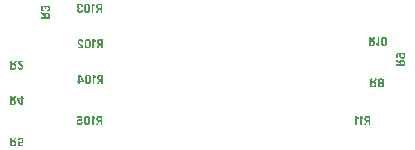
<source format=gbo>
G04*
G04 #@! TF.GenerationSoftware,Altium Limited,Altium Designer,23.9.2 (47)*
G04*
G04 Layer_Color=32896*
%FSLAX44Y44*%
%MOMM*%
G71*
G04*
G04 #@! TF.SameCoordinates,A89998BD-DD6A-42FD-B223-A906B6295702*
G04*
G04*
G04 #@! TF.FilePolarity,Positive*
G04*
G01*
G75*
G36*
X84701Y176982D02*
X84856Y176939D01*
X84912Y176911D01*
X84969Y176883D01*
X84997Y176869D01*
X85011Y176855D01*
X86096Y176164D01*
X86153Y176122D01*
X86195Y176079D01*
X86251Y175967D01*
X86280Y175882D01*
Y175868D01*
Y175854D01*
Y174881D01*
X86266Y174797D01*
X86237Y174754D01*
X86195Y174726D01*
X86153Y174712D01*
X86068Y174726D01*
X86040Y174740D01*
X86026D01*
X84856Y175403D01*
Y169595D01*
X84842Y169510D01*
X84814Y169454D01*
X84785Y169412D01*
X84729Y169383D01*
X84659Y169355D01*
X83587D01*
X83503Y169369D01*
X83446Y169383D01*
X83418Y169397D01*
X83404D01*
X83376Y169454D01*
X83348Y169524D01*
Y169566D01*
Y169595D01*
Y176770D01*
X83362Y176855D01*
X83390Y176911D01*
X83432Y176953D01*
X83474Y176982D01*
X83559Y177010D01*
X84616D01*
X84701Y176982D01*
D02*
G37*
G36*
X75355Y176996D02*
X75411Y176968D01*
X75467Y176939D01*
X75496Y176897D01*
X75524Y176812D01*
Y176784D01*
Y176770D01*
Y172992D01*
X75510Y172908D01*
X75481Y172851D01*
X75439Y172809D01*
X75397Y172781D01*
X75312Y172752D01*
X74283D01*
X74213Y172767D01*
X74156Y172795D01*
X74043Y172879D01*
X73973Y172950D01*
X73945Y172978D01*
Y172992D01*
X73874Y173077D01*
X73804Y173133D01*
X73719Y173190D01*
X73635Y173218D01*
X73578Y173232D01*
X73522Y173246D01*
X72916D01*
X72761Y173232D01*
X72620Y173218D01*
X72521Y173190D01*
X72436Y173161D01*
X72366Y173119D01*
X72324Y173091D01*
X72310Y173077D01*
X72295Y173063D01*
X72239Y172978D01*
X72197Y172879D01*
X72140Y172654D01*
Y172541D01*
X72126Y172456D01*
Y172400D01*
Y172372D01*
Y171301D01*
X72140Y171174D01*
X72154Y171061D01*
X72183Y170976D01*
X72211Y170892D01*
X72253Y170835D01*
X72281Y170793D01*
X72295Y170779D01*
X72310Y170765D01*
X72380Y170708D01*
X72465Y170680D01*
X72648Y170624D01*
X72733D01*
X72803Y170610D01*
X73423D01*
X73550Y170624D01*
X73663Y170638D01*
X73748Y170666D01*
X73832Y170694D01*
X73889Y170723D01*
X73931Y170737D01*
X73945Y170765D01*
X73959D01*
X74015Y170835D01*
X74043Y170920D01*
X74100Y171103D01*
Y171174D01*
X74114Y171244D01*
Y171286D01*
Y171301D01*
Y171526D01*
X74128Y171611D01*
X74156Y171681D01*
X74199Y171723D01*
X74241Y171766D01*
X74325Y171794D01*
X75383D01*
X75467Y171780D01*
X75524Y171752D01*
X75566Y171709D01*
X75594Y171667D01*
X75622Y171568D01*
Y171540D01*
Y171526D01*
Y171286D01*
X75594Y170962D01*
X75538Y170666D01*
X75467Y170427D01*
X75369Y170215D01*
X75270Y170060D01*
X75199Y169947D01*
X75143Y169877D01*
X75115Y169848D01*
X74903Y169679D01*
X74678Y169566D01*
X74438Y169482D01*
X74199Y169412D01*
X73987Y169383D01*
X73818Y169369D01*
X73748Y169355D01*
X72606D01*
X72281Y169383D01*
X71985Y169440D01*
X71746Y169510D01*
X71534Y169609D01*
X71379Y169693D01*
X71266Y169778D01*
X71196Y169834D01*
X71168Y169848D01*
X70999Y170060D01*
X70872Y170285D01*
X70787Y170525D01*
X70717Y170765D01*
X70689Y170962D01*
X70674Y171131D01*
X70660Y171202D01*
Y171244D01*
Y171272D01*
Y171286D01*
Y172597D01*
X70674Y172922D01*
X70745Y173218D01*
X70829Y173457D01*
X70942Y173669D01*
X71083Y173852D01*
X71238Y174007D01*
X71407Y174134D01*
X71577Y174233D01*
X71760Y174303D01*
X71929Y174359D01*
X72084Y174402D01*
X72211Y174430D01*
X72338Y174444D01*
X72422Y174458D01*
X73141D01*
X73268Y174430D01*
X73494Y174359D01*
X73663Y174261D01*
X73804Y174162D01*
X73903Y174049D01*
X73959Y173951D01*
X73987Y173880D01*
X74001Y173866D01*
Y175614D01*
X71125D01*
X71041Y175628D01*
X70985Y175656D01*
X70928Y175685D01*
X70900Y175741D01*
X70872Y175812D01*
Y175840D01*
Y175854D01*
Y176770D01*
X70886Y176855D01*
X70914Y176911D01*
X70956Y176953D01*
X70999Y176982D01*
X71083Y177010D01*
X75270D01*
X75355Y176996D01*
D02*
G37*
G36*
X92144D02*
X92200Y176968D01*
X92257Y176939D01*
X92285Y176897D01*
X92313Y176812D01*
Y176784D01*
Y176770D01*
Y169595D01*
X92299Y169510D01*
X92271Y169454D01*
X92229Y169412D01*
X92186Y169383D01*
X92102Y169355D01*
X91045D01*
X90960Y169369D01*
X90904Y169397D01*
X90847Y169426D01*
X90819Y169482D01*
X90791Y169552D01*
Y169581D01*
Y169595D01*
Y172048D01*
X90763Y172118D01*
X90720Y172160D01*
X90678Y172174D01*
X89846D01*
X88662Y169595D01*
X88606Y169496D01*
X88563Y169440D01*
X88521Y169412D01*
X88507Y169397D01*
X88422Y169369D01*
X88310Y169355D01*
X87224D01*
X87126Y169369D01*
X87055Y169397D01*
X87027Y169440D01*
X87013Y169496D01*
Y169552D01*
Y169595D01*
X87027Y169623D01*
Y169637D01*
X88296Y172287D01*
Y172344D01*
X88112Y172442D01*
X87943Y172541D01*
X87802Y172668D01*
X87689Y172809D01*
X87577Y172950D01*
X87492Y173105D01*
X87422Y173260D01*
X87365Y173401D01*
X87295Y173683D01*
X87267Y173810D01*
X87252Y173923D01*
X87238Y174007D01*
Y174078D01*
Y174120D01*
Y174134D01*
Y175064D01*
X87267Y175389D01*
X87323Y175685D01*
X87408Y175924D01*
X87492Y176136D01*
X87591Y176291D01*
X87675Y176404D01*
X87732Y176474D01*
X87760Y176502D01*
X87971Y176671D01*
X88211Y176798D01*
X88451Y176883D01*
X88676Y176953D01*
X88888Y176982D01*
X89057Y176996D01*
X89127Y177010D01*
X92059D01*
X92144Y176996D01*
D02*
G37*
G36*
X80303Y176982D02*
X80584Y176925D01*
X80838Y176855D01*
X81050Y176756D01*
X81219Y176657D01*
X81332Y176587D01*
X81402Y176530D01*
X81430Y176502D01*
X81600Y176305D01*
X81726Y176065D01*
X81811Y175840D01*
X81867Y175600D01*
X81910Y175403D01*
X81924Y175233D01*
X81938Y175163D01*
Y175121D01*
Y175093D01*
Y175079D01*
Y171286D01*
X81910Y170962D01*
X81853Y170666D01*
X81783Y170427D01*
X81684Y170215D01*
X81585Y170060D01*
X81515Y169947D01*
X81459Y169877D01*
X81430Y169848D01*
X81219Y169679D01*
X80979Y169566D01*
X80740Y169482D01*
X80500Y169412D01*
X80288Y169383D01*
X80204Y169369D01*
X80119D01*
X80049Y169355D01*
X78766D01*
X78442Y169383D01*
X78146Y169440D01*
X77906Y169510D01*
X77695Y169609D01*
X77540Y169693D01*
X77427Y169778D01*
X77356Y169834D01*
X77328Y169848D01*
X77159Y170060D01*
X77032Y170285D01*
X76947Y170525D01*
X76877Y170765D01*
X76849Y170962D01*
X76835Y171131D01*
X76821Y171202D01*
Y171244D01*
Y171272D01*
Y171286D01*
Y175079D01*
X76849Y175403D01*
X76905Y175699D01*
X76976Y175938D01*
X77074Y176136D01*
X77173Y176291D01*
X77244Y176418D01*
X77300Y176474D01*
X77328Y176502D01*
X77540Y176671D01*
X77765Y176798D01*
X78005Y176883D01*
X78230Y176953D01*
X78442Y176982D01*
X78611Y176996D01*
X78682Y177010D01*
X79964D01*
X80303Y176982D01*
D02*
G37*
G36*
X85526Y211780D02*
X85681Y211737D01*
X85738Y211709D01*
X85794Y211681D01*
X85822Y211667D01*
X85836Y211653D01*
X86922Y210962D01*
X86978Y210920D01*
X87021Y210877D01*
X87077Y210765D01*
X87105Y210680D01*
Y210666D01*
Y210652D01*
Y209679D01*
X87091Y209594D01*
X87063Y209552D01*
X87021Y209524D01*
X86978Y209510D01*
X86894Y209524D01*
X86866Y209538D01*
X86851D01*
X85681Y210201D01*
Y204393D01*
X85667Y204308D01*
X85639Y204252D01*
X85611Y204209D01*
X85555Y204181D01*
X85484Y204153D01*
X84413D01*
X84328Y204167D01*
X84272Y204181D01*
X84243Y204195D01*
X84229D01*
X84201Y204252D01*
X84173Y204322D01*
Y204364D01*
Y204393D01*
Y211568D01*
X84187Y211653D01*
X84215Y211709D01*
X84258Y211751D01*
X84300Y211780D01*
X84384Y211808D01*
X85442D01*
X85526Y211780D01*
D02*
G37*
G36*
X92970Y211794D02*
X93026Y211765D01*
X93082Y211737D01*
X93111Y211695D01*
X93139Y211610D01*
Y211582D01*
Y211568D01*
Y204393D01*
X93125Y204308D01*
X93096Y204252D01*
X93054Y204209D01*
X93012Y204181D01*
X92927Y204153D01*
X91870D01*
X91785Y204167D01*
X91729Y204195D01*
X91673Y204224D01*
X91644Y204280D01*
X91616Y204350D01*
Y204379D01*
Y204393D01*
Y206846D01*
X91588Y206916D01*
X91546Y206958D01*
X91503Y206973D01*
X90672D01*
X89488Y204393D01*
X89431Y204294D01*
X89389Y204238D01*
X89347Y204209D01*
X89333Y204195D01*
X89248Y204167D01*
X89135Y204153D01*
X88050D01*
X87951Y204167D01*
X87880Y204195D01*
X87852Y204238D01*
X87838Y204294D01*
Y204350D01*
Y204393D01*
X87852Y204421D01*
Y204435D01*
X89121Y207085D01*
Y207142D01*
X88938Y207240D01*
X88769Y207339D01*
X88628Y207466D01*
X88515Y207607D01*
X88402Y207748D01*
X88317Y207903D01*
X88247Y208058D01*
X88191Y208199D01*
X88120Y208481D01*
X88092Y208608D01*
X88078Y208720D01*
X88064Y208805D01*
Y208876D01*
Y208918D01*
Y208932D01*
Y209862D01*
X88092Y210187D01*
X88148Y210483D01*
X88233Y210722D01*
X88317Y210934D01*
X88416Y211089D01*
X88501Y211202D01*
X88557Y211272D01*
X88585Y211300D01*
X88797Y211469D01*
X89036Y211596D01*
X89276Y211681D01*
X89502Y211751D01*
X89713Y211780D01*
X89882Y211794D01*
X89953Y211808D01*
X92885D01*
X92970Y211794D01*
D02*
G37*
G36*
X81128Y211780D02*
X81410Y211723D01*
X81664Y211653D01*
X81875Y211554D01*
X82044Y211455D01*
X82157Y211385D01*
X82228Y211329D01*
X82256Y211300D01*
X82425Y211103D01*
X82552Y210863D01*
X82636Y210638D01*
X82693Y210398D01*
X82735Y210201D01*
X82749Y210032D01*
X82763Y209961D01*
Y209919D01*
Y209891D01*
Y209876D01*
Y206084D01*
X82735Y205760D01*
X82679Y205464D01*
X82608Y205224D01*
X82509Y205013D01*
X82411Y204858D01*
X82340Y204745D01*
X82284Y204675D01*
X82256Y204646D01*
X82044Y204477D01*
X81805Y204364D01*
X81565Y204280D01*
X81325Y204209D01*
X81114Y204181D01*
X81029Y204167D01*
X80945D01*
X80874Y204153D01*
X79591D01*
X79267Y204181D01*
X78971Y204238D01*
X78731Y204308D01*
X78520Y204407D01*
X78365Y204491D01*
X78252Y204576D01*
X78182Y204632D01*
X78154Y204646D01*
X77984Y204858D01*
X77857Y205084D01*
X77773Y205323D01*
X77702Y205563D01*
X77674Y205760D01*
X77660Y205929D01*
X77646Y206000D01*
Y206042D01*
Y206070D01*
Y206084D01*
Y209876D01*
X77674Y210201D01*
X77731Y210497D01*
X77801Y210736D01*
X77900Y210934D01*
X77998Y211089D01*
X78069Y211216D01*
X78125Y211272D01*
X78154Y211300D01*
X78365Y211469D01*
X78591Y211596D01*
X78830Y211681D01*
X79056Y211751D01*
X79267Y211780D01*
X79436Y211794D01*
X79507Y211808D01*
X80790D01*
X81128Y211780D01*
D02*
G37*
G36*
X73713Y211794D02*
X73812Y211765D01*
X73868Y211737D01*
X73882Y211723D01*
X73953Y211653D01*
X74037Y211554D01*
X74079Y211469D01*
X74108Y211455D01*
Y211441D01*
X76476Y207029D01*
X76547Y206846D01*
X76589Y206662D01*
Y206578D01*
X76603Y206507D01*
Y206465D01*
Y206451D01*
Y205986D01*
X76589Y205845D01*
X76547Y205732D01*
X76504Y205676D01*
X76490Y205647D01*
X76377Y205577D01*
X76279Y205549D01*
X76180Y205535D01*
X73191D01*
Y204393D01*
X73177Y204308D01*
X73149Y204252D01*
X73121Y204209D01*
X73064Y204181D01*
X72994Y204153D01*
X72021D01*
X71937Y204167D01*
X71880Y204181D01*
X71852Y204195D01*
X71838D01*
X71810Y204252D01*
X71782Y204322D01*
Y204364D01*
Y204393D01*
Y205535D01*
X70922D01*
X70837Y205549D01*
X70781Y205577D01*
X70739Y205619D01*
X70710Y205676D01*
X70682Y205774D01*
Y205802D01*
Y205816D01*
Y206620D01*
X70696Y206705D01*
X70724Y206761D01*
X70753Y206803D01*
X70795Y206831D01*
X70880Y206860D01*
X71782D01*
Y211371D01*
X71796Y211512D01*
X71838Y211610D01*
X71894Y211681D01*
X71909Y211695D01*
X72007Y211765D01*
X72120Y211794D01*
X72205Y211808D01*
X73586D01*
X73713Y211794D01*
D02*
G37*
G36*
X84694Y271978D02*
X84849Y271935D01*
X84905Y271907D01*
X84962Y271879D01*
X84990Y271865D01*
X85004Y271851D01*
X86089Y271160D01*
X86146Y271118D01*
X86188Y271075D01*
X86244Y270963D01*
X86273Y270878D01*
Y270864D01*
Y270850D01*
Y269877D01*
X86259Y269792D01*
X86230Y269750D01*
X86188Y269722D01*
X86146Y269708D01*
X86061Y269722D01*
X86033Y269736D01*
X86019D01*
X84849Y270399D01*
Y264591D01*
X84835Y264506D01*
X84807Y264450D01*
X84778Y264408D01*
X84722Y264379D01*
X84651Y264351D01*
X83580D01*
X83496Y264365D01*
X83439Y264379D01*
X83411Y264393D01*
X83397D01*
X83369Y264450D01*
X83341Y264520D01*
Y264562D01*
Y264591D01*
Y271766D01*
X83355Y271851D01*
X83383Y271907D01*
X83425Y271949D01*
X83467Y271978D01*
X83552Y272006D01*
X84609D01*
X84694Y271978D01*
D02*
G37*
G36*
X74079D02*
X74375Y271921D01*
X74629Y271851D01*
X74826Y271752D01*
X74995Y271653D01*
X75108Y271583D01*
X75178Y271527D01*
X75206Y271498D01*
X75376Y271301D01*
X75503Y271061D01*
X75587Y270836D01*
X75644Y270596D01*
X75686Y270399D01*
X75700Y270229D01*
X75714Y270159D01*
Y270117D01*
Y270089D01*
Y270075D01*
Y269764D01*
X75700Y269680D01*
X75672Y269623D01*
X75629Y269567D01*
X75587Y269539D01*
X75503Y269511D01*
X74459D01*
X74375Y269525D01*
X74318Y269553D01*
X74262Y269595D01*
X74234Y269638D01*
X74206Y269722D01*
Y269750D01*
Y269764D01*
Y270060D01*
X74191Y270187D01*
X74177Y270300D01*
X74149Y270385D01*
X74121Y270455D01*
X74093Y270511D01*
X74079Y270554D01*
X74051Y270582D01*
X73980Y270638D01*
X73896Y270681D01*
X73726Y270737D01*
X73642D01*
X73571Y270751D01*
X72796D01*
X72683Y270723D01*
X72585Y270695D01*
X72500Y270667D01*
X72443Y270638D01*
X72401Y270610D01*
X72387Y270596D01*
X72373Y270582D01*
X72317Y270511D01*
X72274Y270441D01*
X72218Y270258D01*
Y270187D01*
X72204Y270117D01*
Y270075D01*
Y270060D01*
Y269496D01*
Y269370D01*
X72232Y269257D01*
X72260Y269172D01*
X72288Y269088D01*
X72317Y269031D01*
X72345Y268989D01*
X72359Y268975D01*
X72373Y268961D01*
X72443Y268904D01*
X72528Y268876D01*
X72711Y268820D01*
X72796D01*
X72866Y268806D01*
X73543D01*
X73628Y268792D01*
X73684Y268763D01*
X73740Y268721D01*
X73769Y268679D01*
X73797Y268580D01*
Y268552D01*
Y268538D01*
Y267833D01*
X73783Y267749D01*
X73755Y267692D01*
X73712Y267636D01*
X73670Y267607D01*
X73585Y267579D01*
X72796D01*
X72683Y267551D01*
X72585Y267523D01*
X72500Y267495D01*
X72443Y267467D01*
X72401Y267438D01*
X72387Y267424D01*
X72373Y267410D01*
X72317Y267340D01*
X72274Y267269D01*
X72218Y267086D01*
Y267015D01*
X72204Y266945D01*
Y266903D01*
Y266889D01*
Y266297D01*
Y266170D01*
X72232Y266057D01*
X72260Y265972D01*
X72288Y265888D01*
X72317Y265831D01*
X72345Y265789D01*
X72359Y265775D01*
X72373Y265761D01*
X72443Y265704D01*
X72528Y265676D01*
X72711Y265620D01*
X72796D01*
X72866Y265606D01*
X73515D01*
X73642Y265620D01*
X73755Y265634D01*
X73853Y265662D01*
X73924Y265690D01*
X73980Y265718D01*
X74022Y265733D01*
X74036Y265761D01*
X74051D01*
X74107Y265831D01*
X74135Y265916D01*
X74191Y266085D01*
Y266170D01*
X74206Y266240D01*
Y266282D01*
Y266297D01*
Y266607D01*
X74220Y266691D01*
X74248Y266762D01*
X74290Y266804D01*
X74332Y266846D01*
X74417Y266874D01*
X75460D01*
X75545Y266860D01*
X75601Y266832D01*
X75658Y266790D01*
X75686Y266748D01*
X75714Y266649D01*
Y266621D01*
Y266607D01*
Y266282D01*
X75686Y265958D01*
X75629Y265662D01*
X75559Y265422D01*
X75460Y265211D01*
X75362Y265056D01*
X75291Y264943D01*
X75235Y264873D01*
X75206Y264844D01*
X74995Y264675D01*
X74755Y264562D01*
X74516Y264478D01*
X74290Y264408D01*
X74079Y264379D01*
X73910Y264365D01*
X73839Y264351D01*
X72683D01*
X72345Y264379D01*
X72063Y264436D01*
X71809Y264506D01*
X71598Y264605D01*
X71443Y264689D01*
X71330Y264774D01*
X71259Y264830D01*
X71231Y264844D01*
X71062Y265056D01*
X70935Y265282D01*
X70851Y265521D01*
X70780Y265761D01*
X70752Y265958D01*
X70738Y266127D01*
X70724Y266198D01*
Y266240D01*
Y266268D01*
Y266282D01*
Y266889D01*
X70738Y267086D01*
X70766Y267255D01*
X70808Y267410D01*
X70865Y267551D01*
X70949Y267678D01*
X71020Y267777D01*
X71104Y267875D01*
X71189Y267946D01*
X71372Y268059D01*
X71513Y268143D01*
X71584Y268157D01*
X71626Y268171D01*
X71654Y268186D01*
X71668D01*
X71499Y268256D01*
X71358Y268326D01*
X71231Y268411D01*
X71118Y268510D01*
X71034Y268622D01*
X70949Y268721D01*
X70837Y268947D01*
X70780Y269144D01*
X70738Y269327D01*
X70724Y269384D01*
Y269440D01*
Y269468D01*
Y269482D01*
Y270075D01*
X70752Y270399D01*
X70808Y270695D01*
X70879Y270934D01*
X70977Y271132D01*
X71076Y271287D01*
X71147Y271414D01*
X71203Y271470D01*
X71231Y271498D01*
X71443Y271667D01*
X71668Y271794D01*
X71908Y271879D01*
X72147Y271949D01*
X72359Y271978D01*
X72528Y271992D01*
X72599Y272006D01*
X73755D01*
X74079Y271978D01*
D02*
G37*
G36*
X92137Y271992D02*
X92193Y271964D01*
X92250Y271935D01*
X92278Y271893D01*
X92306Y271808D01*
Y271780D01*
Y271766D01*
Y264591D01*
X92292Y264506D01*
X92264Y264450D01*
X92222Y264408D01*
X92179Y264379D01*
X92095Y264351D01*
X91038D01*
X90953Y264365D01*
X90897Y264393D01*
X90840Y264422D01*
X90812Y264478D01*
X90784Y264548D01*
Y264577D01*
Y264591D01*
Y267044D01*
X90756Y267114D01*
X90713Y267156D01*
X90671Y267171D01*
X89839D01*
X88655Y264591D01*
X88599Y264492D01*
X88556Y264436D01*
X88514Y264408D01*
X88500Y264393D01*
X88415Y264365D01*
X88303Y264351D01*
X87217D01*
X87119Y264365D01*
X87048Y264393D01*
X87020Y264436D01*
X87006Y264492D01*
Y264548D01*
Y264591D01*
X87020Y264619D01*
Y264633D01*
X88288Y267283D01*
Y267340D01*
X88105Y267438D01*
X87936Y267537D01*
X87795Y267664D01*
X87682Y267805D01*
X87570Y267946D01*
X87485Y268101D01*
X87415Y268256D01*
X87358Y268397D01*
X87288Y268679D01*
X87260Y268806D01*
X87245Y268918D01*
X87231Y269003D01*
Y269074D01*
Y269116D01*
Y269130D01*
Y270060D01*
X87260Y270385D01*
X87316Y270681D01*
X87400Y270920D01*
X87485Y271132D01*
X87584Y271287D01*
X87668Y271400D01*
X87725Y271470D01*
X87753Y271498D01*
X87964Y271667D01*
X88204Y271794D01*
X88444Y271879D01*
X88669Y271949D01*
X88881Y271978D01*
X89050Y271992D01*
X89120Y272006D01*
X92052D01*
X92137Y271992D01*
D02*
G37*
G36*
X80295Y271978D02*
X80577Y271921D01*
X80831Y271851D01*
X81043Y271752D01*
X81212Y271653D01*
X81325Y271583D01*
X81395Y271527D01*
X81423Y271498D01*
X81593Y271301D01*
X81719Y271061D01*
X81804Y270836D01*
X81860Y270596D01*
X81903Y270399D01*
X81917Y270229D01*
X81931Y270159D01*
Y270117D01*
Y270089D01*
Y270075D01*
Y266282D01*
X81903Y265958D01*
X81846Y265662D01*
X81776Y265422D01*
X81677Y265211D01*
X81578Y265056D01*
X81508Y264943D01*
X81452Y264873D01*
X81423Y264844D01*
X81212Y264675D01*
X80972Y264562D01*
X80733Y264478D01*
X80493Y264408D01*
X80281Y264379D01*
X80197Y264365D01*
X80112D01*
X80042Y264351D01*
X78759D01*
X78435Y264379D01*
X78139Y264436D01*
X77899Y264506D01*
X77688Y264605D01*
X77533Y264689D01*
X77420Y264774D01*
X77349Y264830D01*
X77321Y264844D01*
X77152Y265056D01*
X77025Y265282D01*
X76940Y265521D01*
X76870Y265761D01*
X76842Y265958D01*
X76828Y266127D01*
X76814Y266198D01*
Y266240D01*
Y266268D01*
Y266282D01*
Y270075D01*
X76842Y270399D01*
X76898Y270695D01*
X76969Y270934D01*
X77067Y271132D01*
X77166Y271287D01*
X77236Y271414D01*
X77293Y271470D01*
X77321Y271498D01*
X77533Y271667D01*
X77758Y271794D01*
X77998Y271879D01*
X78223Y271949D01*
X78435Y271978D01*
X78604Y271992D01*
X78674Y272006D01*
X79957D01*
X80295Y271978D01*
D02*
G37*
G36*
X85195Y242006D02*
X85350Y241963D01*
X85406Y241935D01*
X85463Y241907D01*
X85491Y241893D01*
X85505Y241879D01*
X86590Y241188D01*
X86647Y241146D01*
X86689Y241103D01*
X86745Y240991D01*
X86774Y240906D01*
Y240892D01*
Y240878D01*
Y239905D01*
X86760Y239820D01*
X86731Y239778D01*
X86689Y239750D01*
X86647Y239736D01*
X86562Y239750D01*
X86534Y239764D01*
X86520D01*
X85350Y240427D01*
Y234619D01*
X85336Y234534D01*
X85308Y234478D01*
X85279Y234436D01*
X85223Y234407D01*
X85153Y234379D01*
X84081D01*
X83996Y234393D01*
X83940Y234407D01*
X83912Y234421D01*
X83898D01*
X83870Y234478D01*
X83841Y234548D01*
Y234590D01*
Y234619D01*
Y241794D01*
X83856Y241879D01*
X83884Y241935D01*
X83926Y241977D01*
X83968Y242006D01*
X84053Y242034D01*
X85110D01*
X85195Y242006D01*
D02*
G37*
G36*
X74509D02*
X74805Y241949D01*
X75059Y241879D01*
X75256Y241780D01*
X75426Y241681D01*
X75538Y241611D01*
X75609Y241555D01*
X75637Y241526D01*
X75806Y241329D01*
X75933Y241089D01*
X76018Y240864D01*
X76074Y240624D01*
X76116Y240427D01*
X76130Y240257D01*
X76144Y240187D01*
Y240145D01*
Y240117D01*
Y240103D01*
Y239708D01*
X76130Y239623D01*
X76102Y239553D01*
X76060Y239510D01*
X76018Y239468D01*
X75933Y239440D01*
X74876D01*
X74791Y239454D01*
X74735Y239482D01*
X74693Y239524D01*
X74664Y239581D01*
X74636Y239666D01*
Y239694D01*
Y239708D01*
Y240088D01*
X74622Y240215D01*
X74608Y240328D01*
X74580Y240413D01*
X74552Y240483D01*
X74523Y240539D01*
X74509Y240582D01*
X74481Y240610D01*
X74411Y240666D01*
X74326Y240709D01*
X74157Y240765D01*
X74072D01*
X74002Y240779D01*
X73382D01*
X73269Y240751D01*
X73170Y240723D01*
X73085Y240695D01*
X73029Y240666D01*
X72987Y240638D01*
X72973Y240624D01*
X72959Y240610D01*
X72902Y240539D01*
X72860Y240469D01*
X72804Y240286D01*
Y240215D01*
X72789Y240145D01*
Y240103D01*
Y240088D01*
Y239722D01*
X72818Y239539D01*
X72874Y239355D01*
X72959Y239200D01*
X73057Y239059D01*
X73156Y238946D01*
X73240Y238848D01*
X73297Y238791D01*
X73325Y238777D01*
X75510Y236917D01*
X75708Y236733D01*
X75848Y236536D01*
X75961Y236339D01*
X76032Y236155D01*
X76074Y236000D01*
X76088Y235873D01*
X76102Y235789D01*
Y235775D01*
Y235761D01*
Y234619D01*
X76088Y234534D01*
X76060Y234478D01*
X76018Y234436D01*
X75975Y234407D01*
X75891Y234379D01*
X71549D01*
X71464Y234393D01*
X71408Y234421D01*
X71366Y234450D01*
X71337Y234506D01*
X71309Y234576D01*
Y234605D01*
Y234619D01*
Y235450D01*
X71323Y235535D01*
X71351Y235591D01*
X71380Y235648D01*
X71422Y235676D01*
X71507Y235704D01*
X74411D01*
Y235902D01*
X74397Y235958D01*
X74382Y236014D01*
X74326Y236099D01*
X74284Y236155D01*
X74255Y236183D01*
X72014Y238087D01*
X71887Y238214D01*
X71774Y238326D01*
X71690Y238467D01*
X71605Y238594D01*
X71478Y238848D01*
X71394Y239102D01*
X71351Y239313D01*
X71323Y239398D01*
Y239482D01*
X71309Y239553D01*
Y239595D01*
Y239623D01*
Y239637D01*
Y240103D01*
X71337Y240427D01*
X71394Y240723D01*
X71464Y240962D01*
X71563Y241160D01*
X71662Y241315D01*
X71732Y241442D01*
X71789Y241498D01*
X71817Y241526D01*
X72028Y241695D01*
X72254Y241822D01*
X72493Y241907D01*
X72733Y241977D01*
X72944Y242006D01*
X73114Y242020D01*
X73184Y242034D01*
X74185D01*
X74509Y242006D01*
D02*
G37*
G36*
X92638Y242020D02*
X92694Y241992D01*
X92751Y241963D01*
X92779Y241921D01*
X92807Y241836D01*
Y241808D01*
Y241794D01*
Y234619D01*
X92793Y234534D01*
X92765Y234478D01*
X92723Y234436D01*
X92680Y234407D01*
X92596Y234379D01*
X91538D01*
X91454Y234393D01*
X91397Y234421D01*
X91341Y234450D01*
X91313Y234506D01*
X91285Y234576D01*
Y234605D01*
Y234619D01*
Y237072D01*
X91257Y237142D01*
X91214Y237184D01*
X91172Y237199D01*
X90340D01*
X89156Y234619D01*
X89100Y234520D01*
X89057Y234464D01*
X89015Y234436D01*
X89001Y234421D01*
X88916Y234393D01*
X88804Y234379D01*
X87718D01*
X87619Y234393D01*
X87549Y234421D01*
X87521Y234464D01*
X87507Y234520D01*
Y234576D01*
Y234619D01*
X87521Y234647D01*
Y234661D01*
X88790Y237311D01*
Y237368D01*
X88606Y237466D01*
X88437Y237565D01*
X88296Y237692D01*
X88183Y237833D01*
X88071Y237974D01*
X87986Y238129D01*
X87915Y238284D01*
X87859Y238425D01*
X87789Y238707D01*
X87760Y238834D01*
X87746Y238946D01*
X87732Y239031D01*
Y239102D01*
Y239144D01*
Y239158D01*
Y240088D01*
X87760Y240413D01*
X87817Y240709D01*
X87901Y240948D01*
X87986Y241160D01*
X88085Y241315D01*
X88169Y241428D01*
X88226Y241498D01*
X88254Y241526D01*
X88465Y241695D01*
X88705Y241822D01*
X88945Y241907D01*
X89170Y241977D01*
X89382Y242006D01*
X89551Y242020D01*
X89621Y242034D01*
X92553D01*
X92638Y242020D01*
D02*
G37*
G36*
X80796Y242006D02*
X81079Y241949D01*
X81332Y241879D01*
X81544Y241780D01*
X81713Y241681D01*
X81826Y241611D01*
X81896Y241555D01*
X81924Y241526D01*
X82093Y241329D01*
X82220Y241089D01*
X82305Y240864D01*
X82361Y240624D01*
X82404Y240427D01*
X82418Y240257D01*
X82432Y240187D01*
Y240145D01*
Y240117D01*
Y240103D01*
Y236310D01*
X82404Y235986D01*
X82347Y235690D01*
X82277Y235450D01*
X82178Y235239D01*
X82079Y235084D01*
X82009Y234971D01*
X81952Y234901D01*
X81924Y234872D01*
X81713Y234703D01*
X81473Y234590D01*
X81234Y234506D01*
X80994Y234436D01*
X80782Y234407D01*
X80698Y234393D01*
X80613D01*
X80543Y234379D01*
X79260D01*
X78936Y234407D01*
X78640Y234464D01*
X78400Y234534D01*
X78189Y234633D01*
X78033Y234717D01*
X77921Y234802D01*
X77850Y234858D01*
X77822Y234872D01*
X77653Y235084D01*
X77526Y235310D01*
X77441Y235549D01*
X77371Y235789D01*
X77343Y235986D01*
X77329Y236155D01*
X77315Y236226D01*
Y236268D01*
Y236296D01*
Y236310D01*
Y240103D01*
X77343Y240427D01*
X77399Y240723D01*
X77470Y240962D01*
X77568Y241160D01*
X77667Y241315D01*
X77737Y241442D01*
X77794Y241498D01*
X77822Y241526D01*
X78033Y241695D01*
X78259Y241822D01*
X78499Y241907D01*
X78724Y241977D01*
X78936Y242006D01*
X79105Y242020D01*
X79175Y242034D01*
X80458D01*
X80796Y242006D01*
D02*
G37*
G36*
X311636Y176982D02*
X311791Y176939D01*
X311848Y176911D01*
X311904Y176883D01*
X311932Y176869D01*
X311947Y176855D01*
X313032Y176164D01*
X313088Y176122D01*
X313131Y176079D01*
X313187Y175967D01*
X313215Y175882D01*
Y175868D01*
Y175854D01*
Y174881D01*
X313201Y174797D01*
X313173Y174754D01*
X313131Y174726D01*
X313088Y174712D01*
X313004Y174726D01*
X312976Y174740D01*
X312962D01*
X311791Y175403D01*
Y169595D01*
X311777Y169510D01*
X311749Y169454D01*
X311721Y169412D01*
X311665Y169383D01*
X311594Y169355D01*
X310523D01*
X310438Y169369D01*
X310382Y169383D01*
X310354Y169397D01*
X310340D01*
X310311Y169454D01*
X310283Y169524D01*
Y169566D01*
Y169595D01*
Y176770D01*
X310297Y176855D01*
X310325Y176911D01*
X310368Y176953D01*
X310410Y176982D01*
X310495Y177010D01*
X311552D01*
X311636Y176982D01*
D02*
G37*
G36*
X307647D02*
X307802Y176939D01*
X307858Y176911D01*
X307915Y176883D01*
X307943Y176869D01*
X307957Y176855D01*
X309043Y176164D01*
X309099Y176122D01*
X309141Y176079D01*
X309198Y175967D01*
X309226Y175882D01*
Y175868D01*
Y175854D01*
Y174881D01*
X309212Y174797D01*
X309184Y174754D01*
X309141Y174726D01*
X309099Y174712D01*
X309014Y174726D01*
X308986Y174740D01*
X308972D01*
X307802Y175403D01*
Y169595D01*
X307788Y169510D01*
X307760Y169454D01*
X307731Y169412D01*
X307675Y169383D01*
X307605Y169355D01*
X306533D01*
X306449Y169369D01*
X306392Y169383D01*
X306364Y169397D01*
X306350D01*
X306322Y169454D01*
X306294Y169524D01*
Y169566D01*
Y169595D01*
Y176770D01*
X306308Y176855D01*
X306336Y176911D01*
X306378Y176953D01*
X306420Y176982D01*
X306505Y177010D01*
X307562D01*
X307647Y176982D01*
D02*
G37*
G36*
X319080Y176996D02*
X319136Y176968D01*
X319192Y176939D01*
X319221Y176897D01*
X319249Y176812D01*
Y176784D01*
Y176770D01*
Y169595D01*
X319235Y169510D01*
X319207Y169454D01*
X319164Y169412D01*
X319122Y169383D01*
X319037Y169355D01*
X317980D01*
X317896Y169369D01*
X317839Y169397D01*
X317783Y169426D01*
X317754Y169482D01*
X317726Y169552D01*
Y169581D01*
Y169595D01*
Y172048D01*
X317698Y172118D01*
X317656Y172160D01*
X317614Y172174D01*
X316782D01*
X315598Y169595D01*
X315541Y169496D01*
X315499Y169440D01*
X315457Y169412D01*
X315443Y169397D01*
X315358Y169369D01*
X315245Y169355D01*
X314160D01*
X314061Y169369D01*
X313991Y169397D01*
X313962Y169440D01*
X313948Y169496D01*
Y169552D01*
Y169595D01*
X313962Y169623D01*
Y169637D01*
X315231Y172287D01*
Y172344D01*
X315048Y172442D01*
X314879Y172541D01*
X314738Y172668D01*
X314625Y172809D01*
X314512Y172950D01*
X314428Y173105D01*
X314357Y173260D01*
X314301Y173401D01*
X314230Y173683D01*
X314202Y173810D01*
X314188Y173923D01*
X314174Y174007D01*
Y174078D01*
Y174120D01*
Y174134D01*
Y175064D01*
X314202Y175389D01*
X314258Y175685D01*
X314343Y175924D01*
X314428Y176136D01*
X314526Y176291D01*
X314611Y176404D01*
X314667Y176474D01*
X314695Y176502D01*
X314907Y176671D01*
X315147Y176798D01*
X315386Y176883D01*
X315612Y176953D01*
X315823Y176982D01*
X315992Y176996D01*
X316063Y177010D01*
X318995D01*
X319080Y176996D01*
D02*
G37*
G36*
X323233Y243752D02*
X323302Y243724D01*
X323330Y243682D01*
X323344Y243627D01*
Y243571D01*
Y243530D01*
X323330Y243502D01*
Y243488D01*
X322082Y240881D01*
Y240825D01*
X322262Y240728D01*
X322429Y240631D01*
X322567Y240506D01*
X322678Y240368D01*
X322789Y240229D01*
X322873Y240077D01*
X322942Y239924D01*
X322997Y239785D01*
X323067Y239508D01*
X323094Y239383D01*
X323108Y239272D01*
X323122Y239189D01*
Y239120D01*
Y239078D01*
Y239064D01*
Y238149D01*
X323094Y237830D01*
X323039Y237539D01*
X322956Y237303D01*
X322873Y237095D01*
X322775Y236942D01*
X322692Y236831D01*
X322637Y236762D01*
X322609Y236734D01*
X322401Y236568D01*
X322165Y236443D01*
X321930Y236360D01*
X321708Y236290D01*
X321499Y236263D01*
X321333Y236249D01*
X321264Y236235D01*
X318379D01*
X318296Y236249D01*
X318241Y236277D01*
X318185Y236304D01*
X318157Y236346D01*
X318130Y236429D01*
Y236457D01*
Y236471D01*
Y243530D01*
X318143Y243613D01*
X318171Y243668D01*
X318213Y243710D01*
X318254Y243738D01*
X318337Y243766D01*
X319378D01*
X319461Y243752D01*
X319516Y243724D01*
X319572Y243696D01*
X319600Y243641D01*
X319627Y243571D01*
Y243544D01*
Y243530D01*
Y241117D01*
X319655Y241047D01*
X319697Y241006D01*
X319738Y240992D01*
X320556D01*
X321721Y243530D01*
X321777Y243627D01*
X321819Y243682D01*
X321860Y243710D01*
X321874Y243724D01*
X321957Y243752D01*
X322068Y243766D01*
X323136D01*
X323233Y243752D01*
D02*
G37*
G36*
X326797D02*
X326853Y243738D01*
X326880Y243724D01*
X326894D01*
X326922Y243668D01*
X326950Y243599D01*
Y243557D01*
Y243530D01*
Y236471D01*
X326936Y236388D01*
X326908Y236332D01*
X326867Y236290D01*
X326825Y236263D01*
X326742Y236235D01*
X325702D01*
X325618Y236263D01*
X325466Y236304D01*
X325410Y236332D01*
X325355Y236360D01*
X325327Y236374D01*
X325313Y236388D01*
X324245Y237067D01*
X324190Y237109D01*
X324148Y237150D01*
X324093Y237261D01*
X324065Y237344D01*
Y237358D01*
Y237372D01*
Y238329D01*
X324079Y238412D01*
X324107Y238454D01*
X324148Y238482D01*
X324190Y238496D01*
X324273Y238482D01*
X324301Y238468D01*
X324315D01*
X325466Y237816D01*
Y243530D01*
X325480Y243613D01*
X325508Y243668D01*
X325535Y243710D01*
X325591Y243738D01*
X325660Y243766D01*
X326714D01*
X326797Y243752D01*
D02*
G37*
G36*
X331776Y243738D02*
X332067Y243682D01*
X332303Y243613D01*
X332511Y243516D01*
X332664Y243433D01*
X332775Y243349D01*
X332844Y243294D01*
X332872Y243280D01*
X333038Y243072D01*
X333163Y242850D01*
X333246Y242614D01*
X333315Y242379D01*
X333343Y242185D01*
X333357Y242018D01*
X333371Y241949D01*
Y241907D01*
Y241879D01*
Y241866D01*
Y238135D01*
X333343Y237816D01*
X333288Y237525D01*
X333218Y237289D01*
X333121Y237095D01*
X333024Y236942D01*
X332955Y236817D01*
X332899Y236762D01*
X332872Y236734D01*
X332664Y236568D01*
X332442Y236443D01*
X332206Y236360D01*
X331984Y236290D01*
X331776Y236263D01*
X331610Y236249D01*
X331540Y236235D01*
X330278D01*
X329945Y236263D01*
X329668Y236318D01*
X329418Y236388D01*
X329210Y236485D01*
X329044Y236582D01*
X328933Y236651D01*
X328864Y236707D01*
X328836Y236734D01*
X328670Y236928D01*
X328545Y237164D01*
X328461Y237386D01*
X328406Y237622D01*
X328364Y237816D01*
X328350Y237982D01*
X328337Y238052D01*
Y238093D01*
Y238121D01*
Y238135D01*
Y241866D01*
X328364Y242185D01*
X328420Y242476D01*
X328489Y242712D01*
X328586Y242920D01*
X328683Y243072D01*
X328753Y243183D01*
X328808Y243252D01*
X328836Y243280D01*
X329044Y243447D01*
X329280Y243557D01*
X329515Y243641D01*
X329751Y243710D01*
X329959Y243738D01*
X330042Y243752D01*
X330126D01*
X330195Y243766D01*
X331457D01*
X331776Y243738D01*
D02*
G37*
G36*
X347184Y230568D02*
X347476Y230513D01*
X347711Y230429D01*
X347905Y230346D01*
X348058Y230249D01*
X348183Y230166D01*
X348238Y230110D01*
X348266Y230083D01*
X348432Y229875D01*
X348557Y229653D01*
X348640Y229417D01*
X348710Y229181D01*
X348737Y228973D01*
X348751Y228807D01*
X348765Y228738D01*
Y227503D01*
X348737Y227184D01*
X348682Y226893D01*
X348613Y226643D01*
X348516Y226449D01*
X348419Y226283D01*
X348349Y226172D01*
X348294Y226103D01*
X348266Y226075D01*
X348072Y225908D01*
X347836Y225784D01*
X347614Y225700D01*
X347378Y225645D01*
X347184Y225603D01*
X347018Y225589D01*
X346949Y225576D01*
X346907D01*
X346879D01*
X346865D01*
X345811D01*
X345492Y225603D01*
X345201Y225659D01*
X344965Y225728D01*
X344757Y225825D01*
X344605Y225922D01*
X344494Y225992D01*
X344424Y226047D01*
X344397Y226075D01*
X344230Y226283D01*
X344119Y226519D01*
X344036Y226754D01*
X343967Y226976D01*
X343939Y227184D01*
X343925Y227351D01*
X343911Y227420D01*
Y229112D01*
X343204D01*
X343079D01*
X342968Y229084D01*
X342871Y229070D01*
X342802Y229043D01*
X342746Y229015D01*
X342705Y228987D01*
X342691Y228973D01*
X342677Y228959D01*
X342621Y228890D01*
X342594Y228807D01*
X342538Y228627D01*
Y228543D01*
X342524Y228488D01*
Y226186D01*
X342511Y226103D01*
X342483Y226033D01*
X342455Y225992D01*
X342413Y225950D01*
X342330Y225922D01*
X342303D01*
X342289D01*
X341470D01*
X341387Y225936D01*
X341332Y225964D01*
X341290Y226005D01*
X341262Y226061D01*
X341235Y226144D01*
Y228654D01*
X341262Y228987D01*
X341318Y229265D01*
X341387Y229514D01*
X341484Y229722D01*
X341567Y229875D01*
X341651Y229986D01*
X341706Y230055D01*
X341720Y230083D01*
X341928Y230249D01*
X342150Y230374D01*
X342386Y230471D01*
X342621Y230527D01*
X342816Y230568D01*
X342982Y230582D01*
X343051Y230596D01*
X343093D01*
X343121D01*
X343135D01*
X346865D01*
X347184Y230568D01*
D02*
G37*
G36*
X341498Y224605D02*
X341512D01*
X344119Y223357D01*
X344175D01*
X344272Y223537D01*
X344369Y223703D01*
X344494Y223842D01*
X344632Y223953D01*
X344771Y224064D01*
X344924Y224147D01*
X345076Y224216D01*
X345215Y224272D01*
X345492Y224341D01*
X345617Y224369D01*
X345728Y224383D01*
X345811Y224397D01*
X345881D01*
X345922D01*
X345936D01*
X346851D01*
X347170Y224369D01*
X347462Y224314D01*
X347697Y224230D01*
X347905Y224147D01*
X348058Y224050D01*
X348169Y223967D01*
X348238Y223911D01*
X348266Y223884D01*
X348432Y223676D01*
X348557Y223440D01*
X348640Y223204D01*
X348710Y222982D01*
X348737Y222774D01*
X348751Y222608D01*
X348765Y222538D01*
Y219654D01*
X348751Y219571D01*
X348724Y219515D01*
X348696Y219460D01*
X348654Y219432D01*
X348571Y219404D01*
X348543D01*
X348530D01*
X341470D01*
X341387Y219418D01*
X341332Y219446D01*
X341290Y219487D01*
X341262Y219529D01*
X341235Y219612D01*
Y220652D01*
X341249Y220735D01*
X341276Y220791D01*
X341304Y220846D01*
X341359Y220874D01*
X341429Y220902D01*
X341457D01*
X341470D01*
X343884D01*
X343953Y220930D01*
X343994Y220971D01*
X344008Y221013D01*
Y221831D01*
X341470Y222996D01*
X341373Y223051D01*
X341318Y223093D01*
X341290Y223135D01*
X341276Y223149D01*
X341249Y223232D01*
X341235Y223343D01*
Y224411D01*
X341249Y224508D01*
X341276Y224577D01*
X341318Y224605D01*
X341373Y224619D01*
X341429D01*
X341470D01*
X341498Y224605D01*
D02*
G37*
G36*
X324411Y208751D02*
X324480Y208724D01*
X324508Y208682D01*
X324522Y208626D01*
Y208571D01*
Y208529D01*
X324508Y208502D01*
Y208488D01*
X323260Y205881D01*
Y205825D01*
X323440Y205728D01*
X323606Y205631D01*
X323745Y205506D01*
X323856Y205368D01*
X323967Y205229D01*
X324050Y205076D01*
X324120Y204924D01*
X324175Y204785D01*
X324244Y204508D01*
X324272Y204383D01*
X324286Y204272D01*
X324300Y204189D01*
Y204119D01*
Y204078D01*
Y204064D01*
Y203148D01*
X324272Y202829D01*
X324217Y202538D01*
X324133Y202302D01*
X324050Y202094D01*
X323953Y201942D01*
X323870Y201831D01*
X323815Y201762D01*
X323787Y201734D01*
X323579Y201567D01*
X323343Y201443D01*
X323107Y201360D01*
X322885Y201290D01*
X322677Y201262D01*
X322511Y201248D01*
X322441Y201235D01*
X319557D01*
X319474Y201248D01*
X319418Y201276D01*
X319363Y201304D01*
X319335Y201346D01*
X319307Y201429D01*
Y201457D01*
Y201470D01*
Y208529D01*
X319321Y208613D01*
X319349Y208668D01*
X319390Y208710D01*
X319432Y208738D01*
X319515Y208765D01*
X320555D01*
X320639Y208751D01*
X320694Y208724D01*
X320750Y208696D01*
X320777Y208640D01*
X320805Y208571D01*
Y208543D01*
Y208529D01*
Y206116D01*
X320833Y206047D01*
X320874Y206005D01*
X320916Y205991D01*
X321734D01*
X322899Y208529D01*
X322955Y208626D01*
X322996Y208682D01*
X323038Y208710D01*
X323052Y208724D01*
X323135Y208751D01*
X323246Y208765D01*
X324314D01*
X324411Y208751D01*
D02*
G37*
G36*
X329098D02*
X329390Y208696D01*
X329625Y208626D01*
X329833Y208529D01*
X329986Y208446D01*
X330097Y208377D01*
X330166Y208321D01*
X330194Y208308D01*
X330360Y208113D01*
X330485Y207905D01*
X330568Y207670D01*
X330638Y207462D01*
X330666Y207254D01*
X330679Y207101D01*
X330693Y207032D01*
Y206990D01*
Y206962D01*
Y206949D01*
Y206408D01*
X330679Y206200D01*
X330666Y206019D01*
X330624Y205853D01*
X330568Y205714D01*
X330513Y205576D01*
X330457Y205464D01*
X330388Y205354D01*
X330319Y205270D01*
X330166Y205132D01*
X330055Y205049D01*
X329958Y204993D01*
X329944Y204979D01*
X329930D01*
X330055Y204924D01*
X330166Y204868D01*
X330263Y204785D01*
X330333Y204702D01*
X330402Y204619D01*
X330444Y204549D01*
X330471Y204508D01*
X330485Y204494D01*
X330555Y204341D01*
X330610Y204189D01*
X330638Y204022D01*
X330666Y203870D01*
X330679Y203745D01*
X330693Y203648D01*
Y203578D01*
Y203551D01*
Y203051D01*
X330666Y202733D01*
X330610Y202455D01*
X330541Y202219D01*
X330444Y202039D01*
X330346Y201887D01*
X330277Y201775D01*
X330222Y201720D01*
X330194Y201692D01*
X329986Y201540D01*
X329764Y201429D01*
X329528Y201346D01*
X329306Y201290D01*
X329098Y201262D01*
X328932Y201235D01*
X327531D01*
X327198Y201248D01*
X326907Y201304D01*
X326657Y201373D01*
X326463Y201457D01*
X326297Y201554D01*
X326186Y201623D01*
X326117Y201679D01*
X326089Y201692D01*
X325923Y201887D01*
X325798Y202094D01*
X325714Y202316D01*
X325659Y202538D01*
X325617Y202746D01*
X325603Y202899D01*
X325590Y202968D01*
Y203010D01*
Y203038D01*
Y203051D01*
Y203551D01*
X325603Y203745D01*
X325617Y203925D01*
X325659Y204092D01*
X325714Y204244D01*
X325770Y204369D01*
X325839Y204494D01*
X325909Y204591D01*
X325978Y204674D01*
X326117Y204813D01*
X326241Y204910D01*
X326339Y204965D01*
X326352Y204979D01*
X326366D01*
X326228Y205049D01*
X326117Y205146D01*
X326006Y205243D01*
X325923Y205354D01*
X325784Y205589D01*
X325687Y205825D01*
X325631Y206047D01*
X325617Y206144D01*
X325603Y206227D01*
X325590Y206311D01*
Y206366D01*
Y206394D01*
Y206408D01*
Y206949D01*
X325617Y207267D01*
X325673Y207545D01*
X325742Y207781D01*
X325839Y207961D01*
X325936Y208113D01*
X326006Y208224D01*
X326061Y208280D01*
X326089Y208308D01*
X326297Y208460D01*
X326519Y208571D01*
X326768Y208654D01*
X327004Y208710D01*
X327212Y208738D01*
X327295Y208751D01*
X327379D01*
X327448Y208765D01*
X328779D01*
X329098Y208751D01*
D02*
G37*
G36*
X19563Y158751D02*
X19633Y158724D01*
X19660Y158682D01*
X19674Y158626D01*
Y158571D01*
Y158529D01*
X19660Y158502D01*
Y158488D01*
X18412Y155880D01*
Y155825D01*
X18592Y155728D01*
X18759Y155631D01*
X18898Y155506D01*
X19009Y155367D01*
X19119Y155229D01*
X19203Y155076D01*
X19272Y154924D01*
X19327Y154785D01*
X19397Y154508D01*
X19425Y154383D01*
X19438Y154272D01*
X19452Y154189D01*
Y154119D01*
Y154078D01*
Y154064D01*
Y153148D01*
X19425Y152830D01*
X19369Y152538D01*
X19286Y152303D01*
X19203Y152094D01*
X19105Y151942D01*
X19022Y151831D01*
X18967Y151762D01*
X18939Y151734D01*
X18731Y151567D01*
X18495Y151443D01*
X18260Y151359D01*
X18038Y151290D01*
X17830Y151262D01*
X17663Y151249D01*
X17594Y151235D01*
X14709D01*
X14626Y151249D01*
X14571Y151276D01*
X14515Y151304D01*
X14487Y151346D01*
X14460Y151429D01*
Y151456D01*
Y151470D01*
Y158529D01*
X14474Y158613D01*
X14501Y158668D01*
X14543Y158710D01*
X14584Y158737D01*
X14668Y158765D01*
X15708D01*
X15791Y158751D01*
X15847Y158724D01*
X15902Y158696D01*
X15930Y158640D01*
X15957Y158571D01*
Y158543D01*
Y158529D01*
Y156116D01*
X15985Y156047D01*
X16027Y156005D01*
X16068Y155991D01*
X16887D01*
X18052Y158529D01*
X18107Y158626D01*
X18149Y158682D01*
X18190Y158710D01*
X18204Y158724D01*
X18287Y158751D01*
X18398Y158765D01*
X19466D01*
X19563Y158751D01*
D02*
G37*
G36*
X23946Y158737D02*
X24237Y158682D01*
X24473Y158613D01*
X24681Y158516D01*
X24833Y158432D01*
X24944Y158349D01*
X25013Y158294D01*
X25041Y158280D01*
X25208Y158072D01*
X25333Y157850D01*
X25416Y157614D01*
X25485Y157378D01*
X25513Y157184D01*
X25527Y157018D01*
X25540Y156948D01*
Y156907D01*
Y156879D01*
Y156865D01*
Y155575D01*
X25527Y155257D01*
X25457Y154965D01*
X25374Y154729D01*
X25263Y154521D01*
X25124Y154341D01*
X24972Y154189D01*
X24806Y154064D01*
X24639Y153967D01*
X24459Y153897D01*
X24292Y153842D01*
X24140Y153800D01*
X24015Y153772D01*
X23890Y153759D01*
X23807Y153745D01*
X23100D01*
X22975Y153772D01*
X22753Y153842D01*
X22587Y153939D01*
X22448Y154036D01*
X22351Y154147D01*
X22295Y154244D01*
X22267Y154313D01*
X22254Y154327D01*
Y152608D01*
X25083D01*
X25166Y152594D01*
X25222Y152566D01*
X25277Y152538D01*
X25305Y152483D01*
X25333Y152413D01*
Y152386D01*
Y152372D01*
Y151470D01*
X25319Y151387D01*
X25291Y151332D01*
X25249Y151290D01*
X25208Y151262D01*
X25124Y151235D01*
X21005D01*
X20922Y151249D01*
X20867Y151276D01*
X20811Y151304D01*
X20784Y151346D01*
X20756Y151429D01*
Y151456D01*
Y151470D01*
Y155187D01*
X20770Y155270D01*
X20798Y155326D01*
X20839Y155367D01*
X20881Y155395D01*
X20964Y155423D01*
X21976D01*
X22046Y155409D01*
X22101Y155381D01*
X22212Y155298D01*
X22281Y155229D01*
X22309Y155201D01*
Y155187D01*
X22378Y155104D01*
X22448Y155048D01*
X22531Y154993D01*
X22614Y154965D01*
X22670Y154951D01*
X22725Y154937D01*
X23321D01*
X23474Y154951D01*
X23613Y154965D01*
X23710Y154993D01*
X23793Y155021D01*
X23862Y155062D01*
X23904Y155090D01*
X23918Y155104D01*
X23932Y155118D01*
X23987Y155201D01*
X24029Y155298D01*
X24084Y155520D01*
Y155631D01*
X24098Y155714D01*
Y155770D01*
Y155797D01*
Y156851D01*
X24084Y156976D01*
X24070Y157087D01*
X24043Y157170D01*
X24015Y157254D01*
X23973Y157309D01*
X23946Y157351D01*
X23932Y157365D01*
X23918Y157378D01*
X23849Y157434D01*
X23765Y157462D01*
X23585Y157517D01*
X23502D01*
X23433Y157531D01*
X22822D01*
X22698Y157517D01*
X22587Y157503D01*
X22503Y157475D01*
X22420Y157448D01*
X22365Y157420D01*
X22323Y157406D01*
X22309Y157378D01*
X22295D01*
X22240Y157309D01*
X22212Y157226D01*
X22157Y157045D01*
Y156976D01*
X22143Y156907D01*
Y156865D01*
Y156851D01*
Y156629D01*
X22129Y156546D01*
X22101Y156477D01*
X22060Y156435D01*
X22018Y156394D01*
X21935Y156366D01*
X20895D01*
X20811Y156380D01*
X20756Y156407D01*
X20714Y156449D01*
X20687Y156491D01*
X20659Y156588D01*
Y156616D01*
Y156629D01*
Y156865D01*
X20687Y157184D01*
X20742Y157475D01*
X20811Y157711D01*
X20908Y157919D01*
X21005Y158072D01*
X21075Y158183D01*
X21130Y158252D01*
X21158Y158280D01*
X21366Y158446D01*
X21588Y158557D01*
X21824Y158640D01*
X22060Y158710D01*
X22267Y158737D01*
X22434Y158751D01*
X22503Y158765D01*
X23627D01*
X23946Y158737D01*
D02*
G37*
G36*
X19168Y193751D02*
X19237Y193724D01*
X19265Y193682D01*
X19279Y193626D01*
Y193571D01*
Y193529D01*
X19265Y193502D01*
Y193488D01*
X18017Y190881D01*
Y190825D01*
X18197Y190728D01*
X18363Y190631D01*
X18502Y190506D01*
X18613Y190367D01*
X18724Y190229D01*
X18807Y190076D01*
X18877Y189924D01*
X18932Y189785D01*
X19001Y189508D01*
X19029Y189383D01*
X19043Y189272D01*
X19057Y189189D01*
Y189119D01*
Y189078D01*
Y189064D01*
Y188148D01*
X19029Y187829D01*
X18974Y187538D01*
X18891Y187302D01*
X18807Y187094D01*
X18710Y186942D01*
X18627Y186831D01*
X18572Y186762D01*
X18544Y186734D01*
X18336Y186567D01*
X18100Y186443D01*
X17864Y186359D01*
X17642Y186290D01*
X17434Y186262D01*
X17268Y186248D01*
X17199Y186235D01*
X14314D01*
X14231Y186248D01*
X14175Y186276D01*
X14120Y186304D01*
X14092Y186346D01*
X14064Y186429D01*
Y186457D01*
Y186470D01*
Y193529D01*
X14078Y193613D01*
X14106Y193668D01*
X14147Y193710D01*
X14189Y193737D01*
X14272Y193765D01*
X15312D01*
X15396Y193751D01*
X15451Y193724D01*
X15507Y193696D01*
X15534Y193640D01*
X15562Y193571D01*
Y193543D01*
Y193529D01*
Y191116D01*
X15590Y191047D01*
X15632Y191005D01*
X15673Y190991D01*
X16491D01*
X17656Y193529D01*
X17712Y193626D01*
X17753Y193682D01*
X17795Y193710D01*
X17809Y193724D01*
X17892Y193751D01*
X18003Y193765D01*
X19071D01*
X19168Y193751D01*
D02*
G37*
G36*
X24701D02*
X24757Y193737D01*
X24785Y193724D01*
X24799D01*
X24826Y193668D01*
X24854Y193599D01*
Y193557D01*
Y193529D01*
Y192406D01*
X25700D01*
X25783Y192392D01*
X25839Y192364D01*
X25880Y192323D01*
X25908Y192267D01*
X25936Y192170D01*
Y192143D01*
Y192129D01*
Y191338D01*
X25922Y191255D01*
X25894Y191199D01*
X25866Y191158D01*
X25825Y191130D01*
X25742Y191102D01*
X24854D01*
Y186665D01*
X24840Y186526D01*
X24799Y186429D01*
X24743Y186359D01*
X24729Y186346D01*
X24632Y186276D01*
X24521Y186248D01*
X24438Y186235D01*
X23079D01*
X22954Y186248D01*
X22857Y186276D01*
X22801Y186304D01*
X22788Y186318D01*
X22718Y186387D01*
X22635Y186484D01*
X22593Y186567D01*
X22566Y186581D01*
Y186595D01*
X20236Y190936D01*
X20166Y191116D01*
X20125Y191297D01*
Y191380D01*
X20111Y191449D01*
Y191491D01*
Y191505D01*
Y191962D01*
X20125Y192101D01*
X20166Y192212D01*
X20208Y192267D01*
X20222Y192295D01*
X20333Y192364D01*
X20430Y192392D01*
X20527Y192406D01*
X23467D01*
Y193529D01*
X23481Y193613D01*
X23509Y193668D01*
X23537Y193710D01*
X23592Y193737D01*
X23661Y193765D01*
X24618D01*
X24701Y193751D01*
D02*
G37*
G36*
X46434Y270478D02*
X46725Y270422D01*
X46961Y270353D01*
X47155Y270256D01*
X47308Y270159D01*
X47433Y270090D01*
X47488Y270034D01*
X47516Y270006D01*
X47682Y269798D01*
X47807Y269576D01*
X47890Y269341D01*
X47960Y269105D01*
X47987Y268897D01*
X48001Y268731D01*
X48015Y268661D01*
Y267524D01*
X47987Y267205D01*
X47932Y266914D01*
X47863Y266664D01*
X47765Y266470D01*
X47668Y266304D01*
X47599Y266193D01*
X47544Y266123D01*
X47516Y266096D01*
X47322Y265929D01*
X47086Y265804D01*
X46864Y265721D01*
X46628Y265666D01*
X46434Y265624D01*
X46268Y265610D01*
X46198Y265596D01*
X46157D01*
X46129D01*
X46115D01*
X45810D01*
X45727Y265610D01*
X45671Y265638D01*
X45616Y265679D01*
X45588Y265721D01*
X45560Y265804D01*
Y266831D01*
X45574Y266914D01*
X45602Y266969D01*
X45644Y267025D01*
X45685Y267052D01*
X45768Y267080D01*
X45796D01*
X45810D01*
X46101D01*
X46226Y267094D01*
X46337Y267108D01*
X46420Y267136D01*
X46490Y267163D01*
X46545Y267191D01*
X46587Y267205D01*
X46614Y267233D01*
X46670Y267302D01*
X46712Y267385D01*
X46767Y267552D01*
Y267635D01*
X46781Y267704D01*
Y268467D01*
X46753Y268578D01*
X46725Y268675D01*
X46698Y268758D01*
X46670Y268814D01*
X46642Y268855D01*
X46628Y268869D01*
X46614Y268883D01*
X46545Y268939D01*
X46476Y268980D01*
X46295Y269036D01*
X46226D01*
X46157Y269049D01*
X46115D01*
X46101D01*
X45547D01*
X45422D01*
X45311Y269022D01*
X45228Y268994D01*
X45144Y268966D01*
X45089Y268939D01*
X45047Y268911D01*
X45033Y268897D01*
X45020Y268883D01*
X44964Y268814D01*
X44936Y268731D01*
X44881Y268550D01*
Y268467D01*
X44867Y268398D01*
Y267732D01*
X44853Y267649D01*
X44825Y267593D01*
X44784Y267538D01*
X44742Y267510D01*
X44645Y267482D01*
X44617D01*
X44604D01*
X43910D01*
X43827Y267496D01*
X43771Y267524D01*
X43716Y267566D01*
X43688Y267607D01*
X43660Y267690D01*
Y268467D01*
X43633Y268578D01*
X43605Y268675D01*
X43577Y268758D01*
X43549Y268814D01*
X43522Y268855D01*
X43508Y268869D01*
X43494Y268883D01*
X43425Y268939D01*
X43355Y268980D01*
X43175Y269036D01*
X43106D01*
X43036Y269049D01*
X42995D01*
X42981D01*
X42398D01*
X42274D01*
X42163Y269022D01*
X42080Y268994D01*
X41996Y268966D01*
X41941Y268939D01*
X41899Y268911D01*
X41885Y268897D01*
X41871Y268883D01*
X41816Y268814D01*
X41788Y268731D01*
X41733Y268550D01*
Y268467D01*
X41719Y268398D01*
Y267760D01*
X41733Y267635D01*
X41747Y267524D01*
X41774Y267427D01*
X41802Y267358D01*
X41830Y267302D01*
X41844Y267260D01*
X41871Y267247D01*
Y267233D01*
X41941Y267177D01*
X42024Y267150D01*
X42190Y267094D01*
X42274D01*
X42343Y267080D01*
X42385D01*
X42398D01*
X42703D01*
X42787Y267066D01*
X42856Y267039D01*
X42898Y266997D01*
X42939Y266955D01*
X42967Y266872D01*
Y265846D01*
X42953Y265763D01*
X42925Y265707D01*
X42884Y265652D01*
X42842Y265624D01*
X42745Y265596D01*
X42717D01*
X42703D01*
X42385D01*
X42066Y265624D01*
X41774Y265679D01*
X41539Y265749D01*
X41331Y265846D01*
X41178Y265943D01*
X41067Y266012D01*
X40998Y266068D01*
X40970Y266096D01*
X40804Y266304D01*
X40693Y266539D01*
X40609Y266775D01*
X40540Y266997D01*
X40512Y267205D01*
X40498Y267371D01*
X40485Y267441D01*
Y268578D01*
X40512Y268911D01*
X40568Y269188D01*
X40637Y269438D01*
X40734Y269646D01*
X40817Y269798D01*
X40901Y269909D01*
X40956Y269979D01*
X40970Y270006D01*
X41178Y270173D01*
X41400Y270298D01*
X41636Y270381D01*
X41871Y270450D01*
X42066Y270478D01*
X42232Y270492D01*
X42301Y270506D01*
X42343D01*
X42371D01*
X42385D01*
X42981D01*
X43175Y270492D01*
X43341Y270464D01*
X43494Y270422D01*
X43633Y270367D01*
X43758Y270284D01*
X43855Y270214D01*
X43952Y270131D01*
X44021Y270048D01*
X44132Y269868D01*
X44215Y269729D01*
X44229Y269660D01*
X44243Y269618D01*
X44257Y269590D01*
Y269576D01*
X44326Y269743D01*
X44395Y269882D01*
X44479Y270006D01*
X44576Y270117D01*
X44687Y270201D01*
X44784Y270284D01*
X45006Y270395D01*
X45200Y270450D01*
X45380Y270492D01*
X45436Y270506D01*
X45491D01*
X45519D01*
X45533D01*
X46115D01*
X46434Y270478D01*
D02*
G37*
G36*
X40748Y264695D02*
X40762D01*
X43369Y263447D01*
X43425D01*
X43522Y263627D01*
X43619Y263793D01*
X43744Y263932D01*
X43882Y264043D01*
X44021Y264154D01*
X44174Y264237D01*
X44326Y264307D01*
X44465Y264362D01*
X44742Y264431D01*
X44867Y264459D01*
X44978Y264473D01*
X45061Y264487D01*
X45131D01*
X45172D01*
X45186D01*
X46101D01*
X46420Y264459D01*
X46712Y264404D01*
X46947Y264320D01*
X47155Y264237D01*
X47308Y264140D01*
X47419Y264057D01*
X47488Y264001D01*
X47516Y263974D01*
X47682Y263766D01*
X47807Y263530D01*
X47890Y263294D01*
X47960Y263072D01*
X47987Y262864D01*
X48001Y262698D01*
X48015Y262628D01*
Y259744D01*
X48001Y259661D01*
X47973Y259605D01*
X47946Y259550D01*
X47904Y259522D01*
X47821Y259494D01*
X47793D01*
X47779D01*
X40720D01*
X40637Y259508D01*
X40582Y259536D01*
X40540Y259577D01*
X40512Y259619D01*
X40485Y259702D01*
Y260742D01*
X40498Y260826D01*
X40526Y260881D01*
X40554Y260937D01*
X40609Y260964D01*
X40679Y260992D01*
X40707D01*
X40720D01*
X43134D01*
X43203Y261020D01*
X43244Y261061D01*
X43258Y261103D01*
Y261921D01*
X40720Y263086D01*
X40623Y263141D01*
X40568Y263183D01*
X40540Y263225D01*
X40526Y263239D01*
X40498Y263322D01*
X40485Y263433D01*
Y264501D01*
X40498Y264598D01*
X40526Y264667D01*
X40568Y264695D01*
X40623Y264709D01*
X40679D01*
X40720D01*
X40748Y264695D01*
D02*
G37*
G36*
X19640Y223751D02*
X19709Y223724D01*
X19737Y223682D01*
X19750Y223626D01*
Y223571D01*
Y223529D01*
X19737Y223502D01*
Y223488D01*
X18489Y220881D01*
Y220825D01*
X18669Y220728D01*
X18835Y220631D01*
X18974Y220506D01*
X19085Y220368D01*
X19196Y220229D01*
X19279Y220076D01*
X19348Y219924D01*
X19404Y219785D01*
X19473Y219508D01*
X19501Y219383D01*
X19515Y219272D01*
X19529Y219189D01*
Y219119D01*
Y219078D01*
Y219064D01*
Y218148D01*
X19501Y217829D01*
X19445Y217538D01*
X19362Y217302D01*
X19279Y217094D01*
X19182Y216942D01*
X19099Y216831D01*
X19043Y216762D01*
X19016Y216734D01*
X18807Y216567D01*
X18572Y216443D01*
X18336Y216360D01*
X18114Y216290D01*
X17906Y216262D01*
X17740Y216248D01*
X17670Y216235D01*
X14786D01*
X14702Y216248D01*
X14647Y216276D01*
X14591Y216304D01*
X14564Y216346D01*
X14536Y216429D01*
Y216457D01*
Y216470D01*
Y223529D01*
X14550Y223613D01*
X14578Y223668D01*
X14619Y223710D01*
X14661Y223738D01*
X14744Y223765D01*
X15784D01*
X15867Y223751D01*
X15923Y223724D01*
X15978Y223696D01*
X16006Y223640D01*
X16034Y223571D01*
Y223543D01*
Y223529D01*
Y221116D01*
X16062Y221047D01*
X16103Y221005D01*
X16145Y220991D01*
X16963D01*
X18128Y223529D01*
X18183Y223626D01*
X18225Y223682D01*
X18267Y223710D01*
X18280Y223724D01*
X18364Y223751D01*
X18475Y223765D01*
X19542D01*
X19640Y223751D01*
D02*
G37*
G36*
X25312D02*
X25367Y223724D01*
X25409Y223696D01*
X25436Y223640D01*
X25464Y223571D01*
Y223543D01*
Y223529D01*
Y222711D01*
X25450Y222628D01*
X25423Y222572D01*
X25395Y222517D01*
X25353Y222489D01*
X25270Y222462D01*
X22413D01*
Y222267D01*
X22427Y222212D01*
X22441Y222157D01*
X22496Y222073D01*
X22538Y222018D01*
X22566Y221990D01*
X24771Y220118D01*
X24896Y219993D01*
X25007Y219882D01*
X25090Y219743D01*
X25173Y219619D01*
X25298Y219369D01*
X25381Y219119D01*
X25423Y218911D01*
X25450Y218828D01*
Y218745D01*
X25464Y218675D01*
Y218634D01*
Y218606D01*
Y218592D01*
Y218135D01*
X25436Y217816D01*
X25381Y217524D01*
X25312Y217289D01*
X25215Y217094D01*
X25118Y216942D01*
X25048Y216817D01*
X24993Y216762D01*
X24965Y216734D01*
X24757Y216567D01*
X24535Y216443D01*
X24299Y216360D01*
X24064Y216290D01*
X23856Y216262D01*
X23689Y216248D01*
X23620Y216235D01*
X22635D01*
X22316Y216262D01*
X22025Y216318D01*
X21775Y216387D01*
X21581Y216484D01*
X21415Y216581D01*
X21304Y216651D01*
X21234Y216706D01*
X21207Y216734D01*
X21040Y216928D01*
X20915Y217164D01*
X20832Y217386D01*
X20777Y217621D01*
X20735Y217816D01*
X20721Y217982D01*
X20707Y218051D01*
Y218093D01*
Y218121D01*
Y218135D01*
Y218523D01*
X20721Y218606D01*
X20749Y218675D01*
X20791Y218717D01*
X20832Y218759D01*
X20915Y218787D01*
X21956D01*
X22039Y218773D01*
X22094Y218745D01*
X22136Y218703D01*
X22164Y218648D01*
X22191Y218565D01*
Y218537D01*
Y218523D01*
Y218148D01*
X22205Y218024D01*
X22219Y217913D01*
X22247Y217829D01*
X22274Y217760D01*
X22302Y217705D01*
X22316Y217663D01*
X22344Y217635D01*
X22413Y217580D01*
X22496Y217538D01*
X22663Y217483D01*
X22746D01*
X22815Y217469D01*
X23426D01*
X23537Y217497D01*
X23634Y217524D01*
X23717Y217552D01*
X23772Y217580D01*
X23814Y217608D01*
X23828Y217621D01*
X23842Y217635D01*
X23897Y217705D01*
X23939Y217774D01*
X23994Y217954D01*
Y218024D01*
X24008Y218093D01*
Y218135D01*
Y218148D01*
Y218509D01*
X23980Y218689D01*
X23925Y218870D01*
X23842Y219022D01*
X23745Y219161D01*
X23647Y219272D01*
X23564Y219369D01*
X23509Y219424D01*
X23481Y219438D01*
X21332Y221269D01*
X21137Y221449D01*
X20999Y221643D01*
X20888Y221838D01*
X20818Y222018D01*
X20777Y222170D01*
X20763Y222295D01*
X20749Y222378D01*
Y222392D01*
Y222406D01*
Y223529D01*
X20763Y223613D01*
X20791Y223668D01*
X20832Y223710D01*
X20874Y223738D01*
X20957Y223765D01*
X25229D01*
X25312Y223751D01*
D02*
G37*
%LPC*%
G36*
X90678Y175699D02*
X89353D01*
X89240Y175671D01*
X89141Y175642D01*
X89071Y175614D01*
X89015Y175586D01*
X88958Y175558D01*
X88944Y175544D01*
X88930Y175530D01*
X88874Y175459D01*
X88817Y175389D01*
X88775Y175205D01*
X88761Y175135D01*
X88747Y175064D01*
Y175022D01*
Y175008D01*
Y174078D01*
X88761Y173951D01*
X88775Y173838D01*
X88803Y173753D01*
X88831Y173669D01*
X88874Y173612D01*
X88902Y173570D01*
X88916Y173556D01*
X88930Y173542D01*
X89001Y173486D01*
X89099Y173457D01*
X89282Y173401D01*
X89367D01*
X89438Y173387D01*
X90664D01*
X90734Y173415D01*
X90777Y173457D01*
X90791Y173500D01*
Y173528D01*
Y175572D01*
X90777Y175642D01*
X90720Y175685D01*
X90678Y175699D01*
D02*
G37*
G36*
X79767D02*
X78879D01*
X78766Y175671D01*
X78667Y175656D01*
X78597Y175628D01*
X78541Y175600D01*
X78498Y175572D01*
X78470Y175558D01*
Y175544D01*
X78414Y175473D01*
X78385Y175389D01*
X78329Y175219D01*
Y175135D01*
X78315Y175064D01*
Y175022D01*
Y175008D01*
Y171357D01*
Y171230D01*
X78343Y171117D01*
X78357Y171019D01*
X78385Y170948D01*
X78414Y170892D01*
X78442Y170849D01*
X78456Y170835D01*
X78470Y170821D01*
X78541Y170765D01*
X78625Y170737D01*
X78794Y170680D01*
X78879D01*
X78949Y170666D01*
X79710D01*
X79837Y170680D01*
X79950Y170694D01*
X80049Y170723D01*
X80119Y170751D01*
X80176Y170779D01*
X80218Y170793D01*
X80232Y170821D01*
X80246D01*
X80303Y170892D01*
X80331Y170976D01*
X80387Y171145D01*
Y171230D01*
X80401Y171301D01*
Y171343D01*
Y171357D01*
Y175008D01*
X80387Y175135D01*
X80373Y175248D01*
X80345Y175346D01*
X80317Y175417D01*
X80288Y175473D01*
X80274Y175515D01*
X80246Y175544D01*
X80176Y175600D01*
X80091Y175628D01*
X79922Y175685D01*
X79837D01*
X79767Y175699D01*
D02*
G37*
G36*
X91503Y210497D02*
X90178D01*
X90065Y210469D01*
X89967Y210440D01*
X89896Y210412D01*
X89840Y210384D01*
X89784Y210356D01*
X89769Y210342D01*
X89755Y210328D01*
X89699Y210257D01*
X89643Y210187D01*
X89600Y210003D01*
X89586Y209933D01*
X89572Y209862D01*
Y209820D01*
Y209806D01*
Y208876D01*
X89586Y208749D01*
X89600Y208636D01*
X89628Y208551D01*
X89657Y208467D01*
X89699Y208410D01*
X89727Y208368D01*
X89741Y208354D01*
X89755Y208340D01*
X89826Y208284D01*
X89925Y208255D01*
X90108Y208199D01*
X90192D01*
X90263Y208185D01*
X91489D01*
X91560Y208213D01*
X91602Y208255D01*
X91616Y208298D01*
Y208326D01*
Y210370D01*
X91602Y210440D01*
X91546Y210483D01*
X91503Y210497D01*
D02*
G37*
G36*
X80592D02*
X79704D01*
X79591Y210469D01*
X79493Y210454D01*
X79422Y210426D01*
X79366Y210398D01*
X79324Y210370D01*
X79295Y210356D01*
Y210342D01*
X79239Y210271D01*
X79211Y210187D01*
X79155Y210017D01*
Y209933D01*
X79140Y209862D01*
Y209820D01*
Y209806D01*
Y206155D01*
Y206028D01*
X79169Y205915D01*
X79183Y205816D01*
X79211Y205746D01*
X79239Y205690D01*
X79267Y205647D01*
X79281Y205633D01*
X79295Y205619D01*
X79366Y205563D01*
X79450Y205535D01*
X79620Y205478D01*
X79704D01*
X79775Y205464D01*
X80536D01*
X80663Y205478D01*
X80776Y205492D01*
X80874Y205520D01*
X80945Y205549D01*
X81001Y205577D01*
X81043Y205591D01*
X81058Y205619D01*
X81072D01*
X81128Y205690D01*
X81156Y205774D01*
X81213Y205943D01*
Y206028D01*
X81227Y206098D01*
Y206141D01*
Y206155D01*
Y209806D01*
X81213Y209933D01*
X81199Y210046D01*
X81170Y210144D01*
X81142Y210215D01*
X81114Y210271D01*
X81100Y210313D01*
X81072Y210342D01*
X81001Y210398D01*
X80917Y210426D01*
X80747Y210483D01*
X80663D01*
X80592Y210497D01*
D02*
G37*
G36*
X73191Y210539D02*
Y206860D01*
X75137D01*
X73191Y210539D01*
D02*
G37*
G36*
X90671Y270695D02*
X89346D01*
X89233Y270667D01*
X89134Y270638D01*
X89064Y270610D01*
X89008Y270582D01*
X88951Y270554D01*
X88937Y270540D01*
X88923Y270526D01*
X88867Y270455D01*
X88810Y270385D01*
X88768Y270201D01*
X88754Y270131D01*
X88740Y270060D01*
Y270018D01*
Y270004D01*
Y269074D01*
X88754Y268947D01*
X88768Y268834D01*
X88796Y268749D01*
X88824Y268665D01*
X88867Y268608D01*
X88895Y268566D01*
X88909Y268552D01*
X88923Y268538D01*
X88993Y268482D01*
X89092Y268453D01*
X89275Y268397D01*
X89360D01*
X89430Y268383D01*
X90657D01*
X90727Y268411D01*
X90770Y268453D01*
X90784Y268496D01*
Y268524D01*
Y270568D01*
X90770Y270638D01*
X90713Y270681D01*
X90671Y270695D01*
D02*
G37*
G36*
X79760D02*
X78872D01*
X78759Y270667D01*
X78660Y270652D01*
X78590Y270624D01*
X78533Y270596D01*
X78491Y270568D01*
X78463Y270554D01*
Y270540D01*
X78407Y270469D01*
X78378Y270385D01*
X78322Y270215D01*
Y270131D01*
X78308Y270060D01*
Y270018D01*
Y270004D01*
Y266353D01*
Y266226D01*
X78336Y266113D01*
X78350Y266014D01*
X78378Y265944D01*
X78407Y265888D01*
X78435Y265845D01*
X78449Y265831D01*
X78463Y265817D01*
X78533Y265761D01*
X78618Y265733D01*
X78787Y265676D01*
X78872D01*
X78942Y265662D01*
X79703D01*
X79830Y265676D01*
X79943Y265690D01*
X80042Y265718D01*
X80112Y265747D01*
X80169Y265775D01*
X80211Y265789D01*
X80225Y265817D01*
X80239D01*
X80295Y265888D01*
X80324Y265972D01*
X80380Y266141D01*
Y266226D01*
X80394Y266297D01*
Y266339D01*
Y266353D01*
Y270004D01*
X80380Y270131D01*
X80366Y270244D01*
X80338Y270342D01*
X80310Y270413D01*
X80281Y270469D01*
X80267Y270511D01*
X80239Y270540D01*
X80169Y270596D01*
X80084Y270624D01*
X79915Y270681D01*
X79830D01*
X79760Y270695D01*
D02*
G37*
G36*
X91172Y240723D02*
X89847D01*
X89734Y240695D01*
X89635Y240666D01*
X89565Y240638D01*
X89508Y240610D01*
X89452Y240582D01*
X89438Y240568D01*
X89424Y240554D01*
X89368Y240483D01*
X89311Y240413D01*
X89269Y240229D01*
X89255Y240159D01*
X89241Y240088D01*
Y240046D01*
Y240032D01*
Y239102D01*
X89255Y238975D01*
X89269Y238862D01*
X89297Y238777D01*
X89325Y238693D01*
X89368Y238636D01*
X89396Y238594D01*
X89410Y238580D01*
X89424Y238566D01*
X89494Y238510D01*
X89593Y238481D01*
X89776Y238425D01*
X89861D01*
X89931Y238411D01*
X91158D01*
X91228Y238439D01*
X91271Y238481D01*
X91285Y238524D01*
Y238552D01*
Y240596D01*
X91271Y240666D01*
X91214Y240709D01*
X91172Y240723D01*
D02*
G37*
G36*
X80261D02*
X79373D01*
X79260Y240695D01*
X79161Y240680D01*
X79091Y240652D01*
X79034Y240624D01*
X78992Y240596D01*
X78964Y240582D01*
Y240568D01*
X78907Y240497D01*
X78879Y240413D01*
X78823Y240243D01*
Y240159D01*
X78809Y240088D01*
Y240046D01*
Y240032D01*
Y236381D01*
Y236254D01*
X78837Y236141D01*
X78851Y236042D01*
X78879Y235972D01*
X78907Y235916D01*
X78936Y235873D01*
X78950Y235859D01*
X78964Y235845D01*
X79034Y235789D01*
X79119Y235761D01*
X79288Y235704D01*
X79373D01*
X79443Y235690D01*
X80204D01*
X80331Y235704D01*
X80444Y235718D01*
X80543Y235746D01*
X80613Y235775D01*
X80670Y235803D01*
X80712Y235817D01*
X80726Y235845D01*
X80740D01*
X80796Y235916D01*
X80825Y236000D01*
X80881Y236169D01*
Y236254D01*
X80895Y236325D01*
Y236367D01*
Y236381D01*
Y240032D01*
X80881Y240159D01*
X80867Y240272D01*
X80839Y240370D01*
X80811Y240441D01*
X80782Y240497D01*
X80768Y240539D01*
X80740Y240568D01*
X80670Y240624D01*
X80585Y240652D01*
X80416Y240709D01*
X80331D01*
X80261Y240723D01*
D02*
G37*
G36*
X317614Y175699D02*
X316288D01*
X316176Y175671D01*
X316077Y175642D01*
X316007Y175614D01*
X315950Y175586D01*
X315894Y175558D01*
X315880Y175544D01*
X315865Y175530D01*
X315809Y175459D01*
X315753Y175389D01*
X315710Y175205D01*
X315696Y175135D01*
X315682Y175064D01*
Y175022D01*
Y175008D01*
Y174078D01*
X315696Y173951D01*
X315710Y173838D01*
X315739Y173753D01*
X315767Y173669D01*
X315809Y173612D01*
X315837Y173570D01*
X315851Y173556D01*
X315865Y173542D01*
X315936Y173486D01*
X316035Y173457D01*
X316218Y173401D01*
X316303D01*
X316373Y173387D01*
X317599D01*
X317670Y173415D01*
X317712Y173457D01*
X317726Y173500D01*
Y173528D01*
Y175572D01*
X317712Y175642D01*
X317656Y175685D01*
X317614Y175699D01*
D02*
G37*
G36*
X320959Y239799D02*
X319752D01*
X319683Y239771D01*
X319641Y239730D01*
X319627Y239688D01*
Y239660D01*
Y237650D01*
X319641Y237580D01*
X319697Y237539D01*
X319738Y237525D01*
X321042D01*
X321153Y237553D01*
X321250Y237580D01*
X321319Y237608D01*
X321375Y237636D01*
X321430Y237663D01*
X321444Y237677D01*
X321458Y237691D01*
X321513Y237761D01*
X321569Y237830D01*
X321610Y238010D01*
X321624Y238079D01*
X321638Y238149D01*
Y238190D01*
Y238204D01*
Y239120D01*
X321624Y239244D01*
X321610Y239355D01*
X321583Y239439D01*
X321555Y239522D01*
X321513Y239577D01*
X321486Y239619D01*
X321472Y239633D01*
X321458Y239647D01*
X321389Y239702D01*
X321292Y239730D01*
X321111Y239785D01*
X321028D01*
X320959Y239799D01*
D02*
G37*
G36*
X331277Y242476D02*
X330528D01*
X330403Y242462D01*
X330292Y242448D01*
X330195Y242420D01*
X330126Y242393D01*
X330070Y242365D01*
X330029Y242351D01*
X330015Y242323D01*
X330001D01*
X329945Y242254D01*
X329918Y242171D01*
X329862Y242004D01*
Y241921D01*
X329848Y241852D01*
Y241810D01*
Y241796D01*
Y238204D01*
X329862Y238079D01*
X329876Y237969D01*
X329904Y237871D01*
X329931Y237802D01*
X329959Y237747D01*
X329973Y237705D01*
X330001Y237677D01*
X330070Y237622D01*
X330153Y237594D01*
X330320Y237539D01*
X330403D01*
X330472Y237525D01*
X331346D01*
X331457Y237553D01*
X331554Y237566D01*
X331623Y237594D01*
X331679Y237622D01*
X331721Y237650D01*
X331748Y237663D01*
Y237677D01*
X331804Y237747D01*
X331832Y237830D01*
X331887Y237996D01*
Y238079D01*
X331901Y238149D01*
Y238190D01*
Y238204D01*
Y241796D01*
Y241921D01*
X331873Y242032D01*
X331859Y242129D01*
X331832Y242198D01*
X331804Y242254D01*
X331776Y242295D01*
X331762Y242309D01*
X331748Y242323D01*
X331679Y242379D01*
X331596Y242406D01*
X331429Y242462D01*
X331346D01*
X331277Y242476D01*
D02*
G37*
G36*
X346851Y229112D02*
X346810D01*
X346796D01*
X345201D01*
Y227753D01*
X345215Y227628D01*
X345229Y227517D01*
X345257Y227420D01*
X345284Y227351D01*
X345312Y227295D01*
X345326Y227254D01*
X345354Y227240D01*
Y227226D01*
X345423Y227170D01*
X345506Y227143D01*
X345686Y227087D01*
X345756D01*
X345825Y227073D01*
X345867D01*
X345881D01*
X346796D01*
X346921Y227087D01*
X347032Y227101D01*
X347129Y227129D01*
X347198Y227157D01*
X347254Y227184D01*
X347295Y227198D01*
X347323Y227226D01*
X347378Y227295D01*
X347406Y227378D01*
X347462Y227545D01*
Y227628D01*
X347476Y227697D01*
Y228557D01*
X347448Y228668D01*
X347434Y228765D01*
X347406Y228835D01*
X347378Y228890D01*
X347351Y228932D01*
X347337Y228959D01*
X347323D01*
X347254Y229015D01*
X347170Y229043D01*
X347004Y229098D01*
X346921D01*
X346851Y229112D01*
D02*
G37*
G36*
Y222913D02*
X346810D01*
X346796D01*
X345881D01*
X345756Y222899D01*
X345645Y222885D01*
X345562Y222857D01*
X345478Y222830D01*
X345423Y222788D01*
X345381Y222760D01*
X345368Y222746D01*
X345354Y222733D01*
X345298Y222663D01*
X345270Y222566D01*
X345215Y222386D01*
Y222303D01*
X345201Y222233D01*
Y221027D01*
X345229Y220957D01*
X345270Y220916D01*
X345312Y220902D01*
X345340D01*
X347351D01*
X347420Y220916D01*
X347462Y220971D01*
X347476Y221013D01*
Y222316D01*
X347448Y222427D01*
X347420Y222525D01*
X347392Y222594D01*
X347365Y222649D01*
X347337Y222705D01*
X347323Y222719D01*
X347309Y222733D01*
X347240Y222788D01*
X347170Y222843D01*
X346990Y222885D01*
X346921Y222899D01*
X346851Y222913D01*
D02*
G37*
G36*
X322136Y204799D02*
X320930D01*
X320860Y204771D01*
X320819Y204729D01*
X320805Y204688D01*
Y204660D01*
Y202649D01*
X320819Y202580D01*
X320874Y202538D01*
X320916Y202524D01*
X322220D01*
X322331Y202552D01*
X322428Y202580D01*
X322497Y202608D01*
X322552Y202635D01*
X322608Y202663D01*
X322622Y202677D01*
X322636Y202691D01*
X322691Y202760D01*
X322747Y202829D01*
X322788Y203010D01*
X322802Y203079D01*
X322816Y203148D01*
Y203190D01*
Y203204D01*
Y204119D01*
X322802Y204244D01*
X322788Y204355D01*
X322761Y204438D01*
X322733Y204522D01*
X322691Y204577D01*
X322663Y204619D01*
X322649Y204632D01*
X322636Y204646D01*
X322566Y204702D01*
X322469Y204729D01*
X322289Y204785D01*
X322206D01*
X322136Y204799D01*
D02*
G37*
G36*
X328613Y207489D02*
X327753D01*
X327628Y207475D01*
X327517Y207462D01*
X327420Y207434D01*
X327351Y207406D01*
X327295Y207378D01*
X327254Y207365D01*
X327240Y207337D01*
X327226D01*
X327171Y207267D01*
X327143Y207198D01*
X327087Y207018D01*
Y206949D01*
X327074Y206879D01*
Y206838D01*
Y206824D01*
Y206283D01*
X327087Y206158D01*
X327101Y206033D01*
X327129Y205950D01*
X327157Y205867D01*
X327184Y205811D01*
X327198Y205770D01*
X327226Y205756D01*
Y205742D01*
X327295Y205686D01*
X327379Y205631D01*
X327545Y205589D01*
X327628Y205576D01*
X327698Y205562D01*
X328558D01*
X328682Y205576D01*
X328793Y205589D01*
X328890Y205617D01*
X328960Y205645D01*
X329015Y205686D01*
X329057Y205714D01*
X329085Y205728D01*
Y205742D01*
X329140Y205811D01*
X329168Y205895D01*
X329223Y206075D01*
Y206158D01*
X329237Y206227D01*
Y206269D01*
Y206283D01*
Y206824D01*
Y206949D01*
X329209Y207059D01*
X329195Y207143D01*
X329168Y207212D01*
X329140Y207267D01*
X329112Y207309D01*
X329098Y207323D01*
X329085Y207337D01*
X329015Y207392D01*
X328932Y207420D01*
X328765Y207475D01*
X328682D01*
X328613Y207489D01*
D02*
G37*
G36*
Y204397D02*
X327753D01*
X327628Y204383D01*
X327517Y204369D01*
X327420Y204341D01*
X327351Y204314D01*
X327295Y204286D01*
X327254Y204258D01*
X327240Y204230D01*
X327226D01*
X327171Y204147D01*
X327143Y204064D01*
X327087Y203883D01*
Y203800D01*
X327074Y203731D01*
Y203675D01*
Y203662D01*
Y203176D01*
X327087Y203051D01*
X327101Y202941D01*
X327129Y202857D01*
X327157Y202788D01*
X327184Y202733D01*
X327198Y202691D01*
X327226Y202663D01*
X327295Y202608D01*
X327379Y202580D01*
X327545Y202524D01*
X327628D01*
X327698Y202511D01*
X328682D01*
X328793Y202538D01*
X328890Y202552D01*
X328960Y202580D01*
X329015Y202608D01*
X329057Y202635D01*
X329085Y202649D01*
Y202663D01*
X329140Y202733D01*
X329168Y202802D01*
X329223Y202982D01*
Y203051D01*
X329237Y203121D01*
Y203162D01*
Y203176D01*
Y203662D01*
Y203800D01*
X329209Y203911D01*
X329195Y204008D01*
X329168Y204092D01*
X329140Y204147D01*
X329112Y204189D01*
X329098Y204216D01*
X329085Y204230D01*
X329015Y204286D01*
X328932Y204327D01*
X328765Y204369D01*
X328682Y204383D01*
X328613Y204397D01*
D02*
G37*
G36*
X17289Y154799D02*
X16082D01*
X16013Y154771D01*
X15971Y154729D01*
X15957Y154688D01*
Y154660D01*
Y152649D01*
X15971Y152580D01*
X16027Y152538D01*
X16068Y152524D01*
X17372D01*
X17483Y152552D01*
X17580Y152580D01*
X17649Y152608D01*
X17705Y152635D01*
X17760Y152663D01*
X17774Y152677D01*
X17788Y152691D01*
X17844Y152760D01*
X17899Y152830D01*
X17941Y153010D01*
X17954Y153079D01*
X17968Y153148D01*
Y153190D01*
Y153204D01*
Y154119D01*
X17954Y154244D01*
X17941Y154355D01*
X17913Y154438D01*
X17885Y154521D01*
X17844Y154577D01*
X17816Y154619D01*
X17802Y154632D01*
X17788Y154646D01*
X17719Y154702D01*
X17622Y154729D01*
X17441Y154785D01*
X17358D01*
X17289Y154799D01*
D02*
G37*
G36*
X16894Y189799D02*
X15687D01*
X15618Y189771D01*
X15576Y189729D01*
X15562Y189688D01*
Y189660D01*
Y187649D01*
X15576Y187580D01*
X15632Y187538D01*
X15673Y187524D01*
X16977D01*
X17088Y187552D01*
X17185Y187580D01*
X17254Y187608D01*
X17309Y187635D01*
X17365Y187663D01*
X17379Y187677D01*
X17393Y187691D01*
X17448Y187760D01*
X17504Y187829D01*
X17545Y188010D01*
X17559Y188079D01*
X17573Y188148D01*
Y188190D01*
Y188204D01*
Y189119D01*
X17559Y189244D01*
X17545Y189355D01*
X17518Y189438D01*
X17490Y189521D01*
X17448Y189577D01*
X17421Y189618D01*
X17407Y189632D01*
X17393Y189646D01*
X17323Y189702D01*
X17226Y189729D01*
X17046Y189785D01*
X16963D01*
X16894Y189799D01*
D02*
G37*
G36*
X23467Y191102D02*
X21553D01*
X23467Y187483D01*
Y191102D01*
D02*
G37*
G36*
X46101Y263003D02*
X46060D01*
X46046D01*
X45131D01*
X45006Y262989D01*
X44895Y262975D01*
X44812Y262947D01*
X44728Y262920D01*
X44673Y262878D01*
X44631Y262850D01*
X44617Y262836D01*
X44604Y262823D01*
X44548Y262753D01*
X44520Y262656D01*
X44465Y262476D01*
Y262393D01*
X44451Y262323D01*
Y261117D01*
X44479Y261047D01*
X44520Y261006D01*
X44562Y260992D01*
X44590D01*
X46601D01*
X46670Y261006D01*
X46712Y261061D01*
X46725Y261103D01*
Y262407D01*
X46698Y262518D01*
X46670Y262614D01*
X46642Y262684D01*
X46614Y262739D01*
X46587Y262795D01*
X46573Y262809D01*
X46559Y262823D01*
X46490Y262878D01*
X46420Y262934D01*
X46240Y262975D01*
X46171Y262989D01*
X46101Y263003D01*
D02*
G37*
G36*
X17365Y219799D02*
X16159D01*
X16089Y219771D01*
X16048Y219729D01*
X16034Y219688D01*
Y219660D01*
Y217649D01*
X16048Y217580D01*
X16103Y217538D01*
X16145Y217524D01*
X17448D01*
X17559Y217552D01*
X17656Y217580D01*
X17726Y217608D01*
X17781Y217635D01*
X17837Y217663D01*
X17851Y217677D01*
X17864Y217691D01*
X17920Y217760D01*
X17975Y217829D01*
X18017Y218010D01*
X18031Y218079D01*
X18045Y218148D01*
Y218190D01*
Y218204D01*
Y219119D01*
X18031Y219244D01*
X18017Y219355D01*
X17989Y219438D01*
X17961Y219522D01*
X17920Y219577D01*
X17892Y219619D01*
X17878Y219632D01*
X17864Y219646D01*
X17795Y219702D01*
X17698Y219729D01*
X17518Y219785D01*
X17435D01*
X17365Y219799D01*
D02*
G37*
%LPD*%
M02*

</source>
